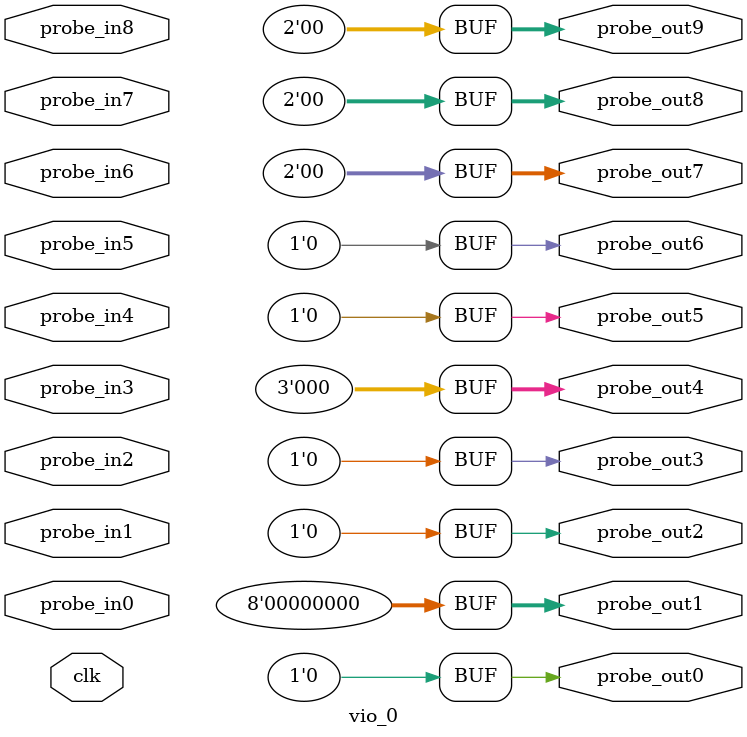
<source format=v>
`timescale 1ns / 1ps
module vio_0 (
clk,
probe_in0,probe_in1,probe_in2,probe_in3,probe_in4,probe_in5,probe_in6,probe_in7,probe_in8,
probe_out0,
probe_out1,
probe_out2,
probe_out3,
probe_out4,
probe_out5,
probe_out6,
probe_out7,
probe_out8,
probe_out9
);

input clk;
input [8 : 0] probe_in0;
input [7 : 0] probe_in1;
input [7 : 0] probe_in2;
input [7 : 0] probe_in3;
input [7 : 0] probe_in4;
input [0 : 0] probe_in5;
input [0 : 0] probe_in6;
input [7 : 0] probe_in7;
input [8 : 0] probe_in8;

output reg [0 : 0] probe_out0 = 'h0 ;
output reg [7 : 0] probe_out1 = 'h00 ;
output reg [0 : 0] probe_out2 = 'h0 ;
output reg [0 : 0] probe_out3 = 'h0 ;
output reg [2 : 0] probe_out4 = 'h0 ;
output reg [0 : 0] probe_out5 = 'h0 ;
output reg [0 : 0] probe_out6 = 'h0 ;
output reg [1 : 0] probe_out7 = 'h0 ;
output reg [1 : 0] probe_out8 = 'h0 ;
output reg [1 : 0] probe_out9 = 'h0 ;


endmodule

</source>
